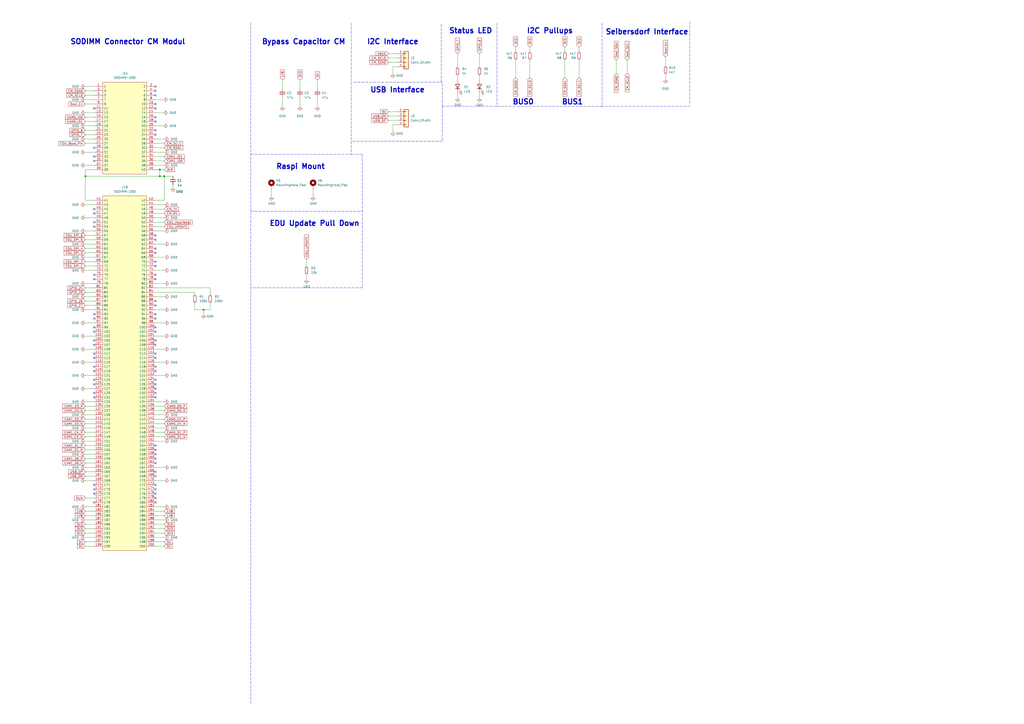
<source format=kicad_sch>
(kicad_sch (version 20211123) (generator eeschema)
  (paper "A2")
  (junction (at 95.25 102.235))
  (junction (at 118.11 179.705))
  (junction (at 92.71 102.235))
  (junction (at 49.53 102.235))
  (junction (at 92.71 98.425))
  (no_connect (at 90.17 263.525))
  (no_connect (at 90.17 174.625))
  (no_connect (at 54.61 123.825))
  (no_connect (at 90.17 258.445))
  (no_connect (at 90.17 70.485))
  (no_connect (at 90.17 266.065))
  (no_connect (at 90.17 260.985))
  (no_connect (at 90.17 192.405))
  (no_connect (at 90.17 52.705))
  (no_connect (at 54.61 205.105))
  (no_connect (at 90.17 207.645))
  (no_connect (at 90.17 159.385))
  (no_connect (at 90.17 281.305))
  (no_connect (at 90.17 184.785))
  (no_connect (at 90.17 60.325))
  (no_connect (at 90.17 230.505))
  (no_connect (at 54.61 212.725))
  (no_connect (at 54.61 197.485))
  (no_connect (at 90.17 50.165))
  (no_connect (at 54.61 184.785))
  (no_connect (at 54.61 200.025))
  (no_connect (at 90.17 75.565))
  (no_connect (at 90.17 189.865))
  (no_connect (at 90.17 283.845))
  (no_connect (at 90.17 200.025))
  (no_connect (at 90.17 154.305))
  (no_connect (at 90.17 227.965))
  (no_connect (at 90.17 212.725))
  (no_connect (at 90.17 67.945))
  (no_connect (at 54.61 182.245))
  (no_connect (at 90.17 288.925))
  (no_connect (at 90.17 286.385))
  (no_connect (at 90.17 215.265))
  (no_connect (at 54.61 62.865))
  (no_connect (at 90.17 136.525))
  (no_connect (at 90.17 151.765))
  (no_connect (at 54.61 93.345))
  (no_connect (at 90.17 220.345))
  (no_connect (at 90.17 222.885))
  (no_connect (at 90.17 225.425))
  (no_connect (at 90.17 197.485))
  (no_connect (at 90.17 146.685))
  (no_connect (at 54.61 161.925))
  (no_connect (at 90.17 182.245))
  (no_connect (at 90.17 276.225))
  (no_connect (at 90.17 144.145))
  (no_connect (at 90.17 268.605))
  (no_connect (at 54.61 230.505))
  (no_connect (at 54.61 85.725))
  (no_connect (at 54.61 128.905))
  (no_connect (at 90.17 139.065))
  (no_connect (at 54.61 90.805))
  (no_connect (at 90.17 291.465))
  (no_connect (at 54.61 281.305))
  (no_connect (at 90.17 205.105))
  (no_connect (at 54.61 159.385))
  (no_connect (at 54.61 227.965))
  (no_connect (at 54.61 121.285))
  (no_connect (at 90.17 78.105))
  (no_connect (at 90.17 177.165))
  (no_connect (at 54.61 131.445))
  (no_connect (at 90.17 273.685))
  (no_connect (at 54.61 283.845))
  (no_connect (at 54.61 286.385))
  (no_connect (at 90.17 55.245))
  (no_connect (at 54.61 189.865))
  (no_connect (at 54.61 215.265))
  (no_connect (at 54.61 220.345))
  (no_connect (at 54.61 207.645))
  (no_connect (at 90.17 161.925))
  (no_connect (at 54.61 222.885))
  (no_connect (at 54.61 192.405))
  (no_connect (at 54.61 291.465))
  (no_connect (at 90.17 62.865))
  (wire (pts (xy 49.53 50.165) (xy 54.61 50.165)))
  (wire (pts (xy 90.17 167.005) (xy 121.92 167.005)))
  (wire (pts (xy 113.03 179.705) (xy 118.11 179.705)))
  (wire (pts (xy 177.8 159.385) (xy 177.8 161.925)))
  (wire (pts (xy 90.17 118.745) (xy 95.25 118.745)))
  (wire (pts (xy 49.53 136.525) (xy 54.61 136.525)))
  (wire (pts (xy 49.53 243.205) (xy 54.61 243.205)))
  (wire (pts (xy 49.53 301.625) (xy 54.61 301.625)))
  (wire (pts (xy 225.425 33.655) (xy 230.505 33.655)))
  (wire (pts (xy 90.17 202.565) (xy 95.25 202.565)))
  (wire (pts (xy 100.33 108.585) (xy 100.33 107.315)))
  (wire (pts (xy 90.17 248.285) (xy 95.25 248.285)))
  (wire (pts (xy 227.965 38.735) (xy 227.965 42.545)))
  (wire (pts (xy 265.43 43.815) (xy 265.43 46.355)))
  (wire (pts (xy 49.53 55.245) (xy 54.61 55.245)))
  (wire (pts (xy 265.43 31.115) (xy 265.43 38.735)))
  (wire (pts (xy 163.83 56.515) (xy 163.83 61.595)))
  (polyline (pts (xy 145.415 89.535) (xy 203.835 89.535)))
  (wire (pts (xy 90.17 296.545) (xy 95.25 296.545)))
  (wire (pts (xy 49.53 154.305) (xy 54.61 154.305)))
  (wire (pts (xy 90.17 210.185) (xy 95.25 210.185)))
  (wire (pts (xy 49.53 248.285) (xy 54.61 248.285)))
  (wire (pts (xy 49.53 118.745) (xy 54.61 118.745)))
  (polyline (pts (xy 210.185 89.535) (xy 210.185 167.005)))
  (wire (pts (xy 90.17 57.785) (xy 94.615 57.785)))
  (wire (pts (xy 225.425 64.77) (xy 230.505 64.77)))
  (wire (pts (xy 265.43 53.975) (xy 265.43 56.515)))
  (wire (pts (xy 327.66 29.845) (xy 327.66 27.305)))
  (wire (pts (xy 49.53 164.465) (xy 54.61 164.465)))
  (wire (pts (xy 49.53 238.125) (xy 54.61 238.125)))
  (wire (pts (xy 49.53 80.645) (xy 54.61 80.645)))
  (wire (pts (xy 49.53 245.745) (xy 54.61 245.745)))
  (wire (pts (xy 90.17 93.345) (xy 95.25 93.345)))
  (wire (pts (xy 49.53 126.365) (xy 54.61 126.365)))
  (wire (pts (xy 335.915 45.085) (xy 335.915 34.925)))
  (wire (pts (xy 49.53 311.785) (xy 54.61 311.785)))
  (wire (pts (xy 90.17 238.125) (xy 95.25 238.125)))
  (wire (pts (xy 49.53 187.325) (xy 54.61 187.325)))
  (wire (pts (xy 49.53 263.525) (xy 54.61 263.525)))
  (wire (pts (xy 90.17 73.025) (xy 94.615 73.025)))
  (wire (pts (xy 177.8 150.495) (xy 177.8 154.305)))
  (wire (pts (xy 163.83 46.355) (xy 163.83 51.435)))
  (wire (pts (xy 49.53 78.105) (xy 54.61 78.105)))
  (wire (pts (xy 121.92 175.895) (xy 121.92 179.705)))
  (wire (pts (xy 49.53 146.685) (xy 54.61 146.685)))
  (wire (pts (xy 90.17 304.165) (xy 95.25 304.165)))
  (wire (pts (xy 90.17 98.425) (xy 92.71 98.425)))
  (wire (pts (xy 49.53 240.665) (xy 54.61 240.665)))
  (wire (pts (xy 49.53 225.425) (xy 54.61 225.425)))
  (wire (pts (xy 90.17 141.605) (xy 95.25 141.605)))
  (wire (pts (xy 90.17 217.805) (xy 95.25 217.805)))
  (wire (pts (xy 90.17 172.085) (xy 95.25 172.085)))
  (polyline (pts (xy 203.835 13.335) (xy 203.835 89.535)))
  (wire (pts (xy 90.17 255.905) (xy 95.25 255.905)))
  (wire (pts (xy 90.17 309.245) (xy 95.25 309.245)))
  (wire (pts (xy 113.03 169.545) (xy 113.03 170.815)))
  (wire (pts (xy 90.17 233.045) (xy 95.25 233.045)))
  (wire (pts (xy 90.17 314.325) (xy 95.25 314.325)))
  (wire (pts (xy 90.17 235.585) (xy 95.25 235.585)))
  (wire (pts (xy 307.34 29.845) (xy 307.34 27.305)))
  (wire (pts (xy 49.53 156.845) (xy 54.61 156.845)))
  (wire (pts (xy 173.99 46.355) (xy 173.99 51.435)))
  (polyline (pts (xy 256.54 81.915) (xy 203.835 81.915)))
  (polyline (pts (xy 203.835 89.535) (xy 210.185 89.535)))
  (wire (pts (xy 92.71 102.235) (xy 92.71 98.425)))
  (wire (pts (xy 100.33 102.235) (xy 95.25 102.235)))
  (wire (pts (xy 118.11 179.705) (xy 121.92 179.705)))
  (polyline (pts (xy 256.54 61.595) (xy 256.54 81.915)))
  (wire (pts (xy 90.17 169.545) (xy 113.03 169.545)))
  (wire (pts (xy 49.53 75.565) (xy 54.61 75.565)))
  (wire (pts (xy 49.53 306.705) (xy 54.61 306.705)))
  (wire (pts (xy 49.53 174.625) (xy 54.61 174.625)))
  (wire (pts (xy 49.53 260.985) (xy 54.61 260.985)))
  (wire (pts (xy 49.53 255.905) (xy 54.61 255.905)))
  (polyline (pts (xy 210.185 167.005) (xy 145.415 167.005)))
  (wire (pts (xy 49.53 172.085) (xy 54.61 172.085)))
  (wire (pts (xy 90.17 149.225) (xy 95.25 149.225)))
  (wire (pts (xy 49.53 167.005) (xy 54.61 167.005)))
  (wire (pts (xy 307.34 45.085) (xy 307.34 34.925)))
  (wire (pts (xy 49.53 273.685) (xy 54.61 273.685)))
  (wire (pts (xy 90.17 121.285) (xy 95.25 121.285)))
  (wire (pts (xy 90.17 126.365) (xy 95.25 126.365)))
  (wire (pts (xy 49.53 179.705) (xy 54.61 179.705)))
  (wire (pts (xy 49.53 235.585) (xy 54.61 235.585)))
  (polyline (pts (xy 145.415 122.555) (xy 210.185 122.555)))
  (wire (pts (xy 386.08 43.18) (xy 386.08 45.72)))
  (wire (pts (xy 95.25 102.235) (xy 95.25 116.205)))
  (wire (pts (xy 49.53 73.025) (xy 54.61 73.025)))
  (wire (pts (xy 49.53 139.065) (xy 54.61 139.065)))
  (wire (pts (xy 227.965 72.39) (xy 227.965 76.2)))
  (polyline (pts (xy 256.54 61.595) (xy 256.54 47.625)))
  (wire (pts (xy 118.11 179.705) (xy 118.11 182.245)))
  (wire (pts (xy 363.855 42.545) (xy 363.855 34.925)))
  (wire (pts (xy 49.53 309.245) (xy 54.61 309.245)))
  (wire (pts (xy 49.53 60.325) (xy 54.61 60.325)))
  (wire (pts (xy 278.13 31.115) (xy 278.13 38.735)))
  (wire (pts (xy 92.71 98.425) (xy 95.25 98.425)))
  (wire (pts (xy 278.13 53.975) (xy 278.13 56.515)))
  (polyline (pts (xy 400.05 12.7) (xy 400.05 60.96)))
  (wire (pts (xy 90.17 294.005) (xy 95.25 294.005)))
  (wire (pts (xy 49.53 169.545) (xy 54.61 169.545)))
  (wire (pts (xy 49.53 151.765) (xy 54.61 151.765)))
  (polyline (pts (xy 348.615 61.595) (xy 400.05 61.595)))
  (wire (pts (xy 49.53 258.445) (xy 54.61 258.445)))
  (wire (pts (xy 90.17 80.645) (xy 95.25 80.645)))
  (wire (pts (xy 225.425 36.195) (xy 230.505 36.195)))
  (wire (pts (xy 49.53 102.235) (xy 92.71 102.235)))
  (wire (pts (xy 278.13 43.815) (xy 278.13 46.355)))
  (wire (pts (xy 90.17 299.085) (xy 95.25 299.085)))
  (wire (pts (xy 49.53 98.425) (xy 54.61 98.425)))
  (wire (pts (xy 90.17 278.765) (xy 95.25 278.765)))
  (wire (pts (xy 230.505 72.39) (xy 227.965 72.39)))
  (wire (pts (xy 357.505 42.545) (xy 357.505 34.925)))
  (wire (pts (xy 49.53 268.605) (xy 54.61 268.605)))
  (wire (pts (xy 49.53 304.165) (xy 54.61 304.165)))
  (wire (pts (xy 327.66 45.085) (xy 327.66 34.925)))
  (wire (pts (xy 95.25 85.725) (xy 90.17 85.725)))
  (wire (pts (xy 49.53 83.185) (xy 54.61 83.185)))
  (wire (pts (xy 49.53 98.425) (xy 49.53 102.235)))
  (wire (pts (xy 49.53 67.945) (xy 54.61 67.945)))
  (wire (pts (xy 49.53 57.785) (xy 54.61 57.785)))
  (wire (pts (xy 225.425 67.31) (xy 230.505 67.31)))
  (polyline (pts (xy 205.105 47.625) (xy 255.905 47.625)))
  (wire (pts (xy 335.915 29.845) (xy 335.915 27.305)))
  (wire (pts (xy 90.17 187.325) (xy 95.25 187.325)))
  (wire (pts (xy 49.53 278.765) (xy 54.61 278.765)))
  (polyline (pts (xy 288.29 61.595) (xy 349.25 61.595)))
  (wire (pts (xy 49.53 149.225) (xy 54.61 149.225)))
  (wire (pts (xy 90.17 179.705) (xy 95.25 179.705)))
  (polyline (pts (xy 288.29 13.335) (xy 288.29 61.595)))
  (wire (pts (xy 184.15 46.355) (xy 184.15 51.435)))
  (wire (pts (xy 90.17 128.905) (xy 95.25 128.905)))
  (wire (pts (xy 90.17 240.665) (xy 95.25 240.665)))
  (wire (pts (xy 173.99 56.515) (xy 173.99 61.595)))
  (wire (pts (xy 90.17 194.945) (xy 95.25 194.945)))
  (wire (pts (xy 49.53 253.365) (xy 54.61 253.365)))
  (wire (pts (xy 49.53 133.985) (xy 54.61 133.985)))
  (wire (pts (xy 49.53 294.005) (xy 54.61 294.005)))
  (wire (pts (xy 49.53 210.185) (xy 54.61 210.185)))
  (wire (pts (xy 49.53 52.705) (xy 54.61 52.705)))
  (wire (pts (xy 49.53 276.225) (xy 54.61 276.225)))
  (wire (pts (xy 90.17 123.825) (xy 95.25 123.825)))
  (polyline (pts (xy 145.415 13.335) (xy 145.415 408.305)))
  (wire (pts (xy 49.53 194.945) (xy 54.61 194.945)))
  (wire (pts (xy 49.53 70.485) (xy 54.61 70.485)))
  (wire (pts (xy 49.53 250.825) (xy 54.61 250.825)))
  (wire (pts (xy 113.03 175.895) (xy 113.03 179.705)))
  (wire (pts (xy 95.25 83.185) (xy 90.17 83.185)))
  (wire (pts (xy 49.53 88.265) (xy 54.61 88.265)))
  (wire (pts (xy 49.53 271.145) (xy 54.61 271.145)))
  (wire (pts (xy 90.17 271.145) (xy 95.25 271.145)))
  (wire (pts (xy 49.53 288.925) (xy 54.61 288.925)))
  (wire (pts (xy 49.53 177.165) (xy 54.61 177.165)))
  (wire (pts (xy 49.53 217.805) (xy 54.61 217.805)))
  (wire (pts (xy 181.61 113.665) (xy 181.61 109.855)))
  (wire (pts (xy 90.17 156.845) (xy 95.25 156.845)))
  (wire (pts (xy 49.53 102.235) (xy 49.53 116.205)))
  (wire (pts (xy 90.17 90.805) (xy 95.25 90.805)))
  (wire (pts (xy 184.15 56.515) (xy 184.15 61.595)))
  (wire (pts (xy 121.92 167.005) (xy 121.92 170.815)))
  (wire (pts (xy 90.17 116.205) (xy 95.25 116.205)))
  (wire (pts (xy 49.53 202.565) (xy 54.61 202.565)))
  (wire (pts (xy 386.08 33.02) (xy 386.08 38.1)))
  (wire (pts (xy 90.17 131.445) (xy 95.25 131.445)))
  (wire (pts (xy 225.425 69.85) (xy 230.505 69.85)))
  (wire (pts (xy 90.17 164.465) (xy 95.25 164.465)))
  (wire (pts (xy 90.17 245.745) (xy 95.25 245.745)))
  (wire (pts (xy 49.53 95.885) (xy 54.61 95.885)))
  (wire (pts (xy 49.53 233.045) (xy 54.61 233.045)))
  (wire (pts (xy 90.17 306.705) (xy 95.25 306.705)))
  (wire (pts (xy 49.53 141.605) (xy 54.61 141.605)))
  (wire (pts (xy 95.25 102.235) (xy 92.71 102.235)))
  (wire (pts (xy 157.48 113.665) (xy 157.48 109.855)))
  (wire (pts (xy 90.17 88.265) (xy 95.25 88.265)))
  (polyline (pts (xy 256.54 47.625) (xy 255.905 47.625)))
  (wire (pts (xy 299.085 29.845) (xy 299.085 27.305)))
  (wire (pts (xy 225.425 31.115) (xy 230.505 31.115)))
  (polyline (pts (xy 256.54 61.595) (xy 288.29 61.595)))
  (wire (pts (xy 90.17 65.405) (xy 94.615 65.405)))
  (wire (pts (xy 49.53 316.865) (xy 54.61 316.865)))
  (wire (pts (xy 299.085 45.085) (xy 299.085 34.925)))
  (wire (pts (xy 90.17 243.205) (xy 95.25 243.205)))
  (wire (pts (xy 90.17 311.785) (xy 95.25 311.785)))
  (wire (pts (xy 90.17 250.825) (xy 95.25 250.825)))
  (wire (pts (xy 49.53 116.205) (xy 54.61 116.205)))
  (wire (pts (xy 49.53 266.065) (xy 54.61 266.065)))
  (wire (pts (xy 49.53 296.545) (xy 54.61 296.545)))
  (wire (pts (xy 90.17 253.365) (xy 95.25 253.365)))
  (wire (pts (xy 90.17 133.985) (xy 95.25 133.985)))
  (wire (pts (xy 49.53 65.405) (xy 54.61 65.405)))
  (wire (pts (xy 90.17 95.885) (xy 95.25 95.885)))
  (wire (pts (xy 90.17 301.625) (xy 95.25 301.625)))
  (wire (pts (xy 90.17 316.865) (xy 95.25 316.865)))
  (wire (pts (xy 230.505 38.735) (xy 227.965 38.735)))
  (wire (pts (xy 49.53 144.145) (xy 54.61 144.145)))
  (polyline (pts (xy 349.25 13.335) (xy 349.25 61.595)))
  (polyline (pts (xy 255.905 47.625) (xy 255.905 13.335)))
  (wire (pts (xy 49.53 299.085) (xy 54.61 299.085)))
  (wire (pts (xy 49.53 314.325) (xy 54.61 314.325)))
  (text "SODIMM Connector CM Modul\n" (at 40.64 26.035 0) (effects (font (size 3 3) (thickness 0.6) bold) (justify left bottom)))
  (text "EDU Update Pull Down" (at 156.21 131.445 0) (effects (font (size 3 3) (thickness 0.6) bold) (justify left bottom)))
  (text "Seibersdorf Interface" (at 351.155 20.32 0) (effects (font (size 3 3) (thickness 0.6) bold) (justify left bottom)))
  (text "BUS0" (at 297.18 60.96 0) (effects (font (size 3 3) (thickness 0.6) bold) (justify left bottom)))
  (text "Status LED" (at 260.35 19.685 0) (effects (font (size 3 3) (thickness 0.6) bold) (justify left bottom)))
  (text "USB Interface\n" (at 214.63 53.975 0) (effects (font (size 3 3) (thickness 0.6) bold) (justify left bottom)))
  (text "Raspi Mount" (at 160.02 98.425 0) (effects (font (size 3 3) (thickness 0.6) bold) (justify left bottom)))
  (text "BUS1" (at 325.755 60.96 0) (effects (font (size 3 3) (thickness 0.6) bold) (justify left bottom)))
  (text "I2C Pullups" (at 305.435 19.685 0) (effects (font (size 3 3) (thickness 0.6) bold) (justify left bottom)))
  (text "Bypass Capacitor CM" (at 151.765 26.035 0) (effects (font (size 3 3) (thickness 0.6) bold) (justify left bottom)))
  (text "I2C Interface\n" (at 212.725 26.035 0) (effects (font (size 3 3) (thickness 0.6) bold) (justify left bottom)))
  (global_label "EDU_SPI_4" (shape input) (at 49.53 144.145 180) (property "Intersheet References" "${INTERSHEET_REFS}" (effects hide)))
  (global_label "1V8" (shape input) (at 163.83 46.355 90) (property "Intersheet References" "${INTERSHEET_REFS}" (effects hide)))
  (global_label "EDU_UPDATE" (shape input) (at 177.8 150.495 90) (property "Intersheet References" "${INTERSHEET_REFS}" (effects hide)))
  (global_label "CM_SDA1" (shape input) (at 95.25 85.725 0) (property "Intersheet References" "${INTERSHEET_REFS}" (effects hide)))
  (global_label "5V" (shape input) (at 49.53 314.325 180) (property "Intersheet References" "${INTERSHEET_REFS}" (effects hide)))
  (global_label "1V8" (shape input) (at 49.53 299.085 180) (property "Intersheet References" "${INTERSHEET_REFS}" (effects hide)))
  (global_label "EDU_Boot_Pin" (shape input) (at 49.53 83.185 180) (property "Intersheet References" "${INTERSHEET_REFS}" (effects hide)))
  (global_label "1V8" (shape input) (at 95.25 299.085 0) (property "Intersheet References" "${INTERSHEET_REFS}" (effects hide)))
  (global_label "Dosi_SCL" (shape input) (at 363.855 34.925 90) (property "Intersheet References" "${INTERSHEET_REFS}" (effects hide)))
  (global_label "CAM1_D0_P" (shape input) (at 49.53 266.065 180) (property "Intersheet References" "${INTERSHEET_REFS}" (effects hide)))
  (global_label "CAM1_D1_N" (shape input) (at 49.53 260.985 180) (property "Intersheet References" "${INTERSHEET_REFS}" (effects hide)))
  (global_label "GPIO_6" (shape input) (at 278.13 31.115 90) (property "Intersheet References" "${INTERSHEET_REFS}" (effects hide)))
  (global_label "CAM1_CK_P" (shape input) (at 49.53 250.825 180) (property "Intersheet References" "${INTERSHEET_REFS}" (effects hide)))
  (global_label "5V" (shape input) (at 225.425 64.77 180) (property "Intersheet References" "${INTERSHEET_REFS}" (effects hide)))
  (global_label "CM_SDA0" (shape input) (at 49.53 52.705 180) (property "Intersheet References" "${INTERSHEET_REFS}" (effects hide)))
  (global_label "CAM0_D0_P" (shape input) (at 95.25 235.585 0) (property "Intersheet References" "${INTERSHEET_REFS}" (effects hide)))
  (global_label "CAM1_D3_N" (shape input) (at 49.53 238.125 180) (property "Intersheet References" "${INTERSHEET_REFS}" (effects hide)))
  (global_label "3V3" (shape input) (at 49.53 304.165 180) (property "Intersheet References" "${INTERSHEET_REFS}" (effects hide)))
  (global_label "CM_SCL0" (shape input) (at 363.855 42.545 270) (property "Intersheet References" "${INTERSHEET_REFS}" (effects hide)))
  (global_label "Dosi_SDA" (shape input) (at 357.505 34.925 90) (property "Intersheet References" "${INTERSHEET_REFS}" (effects hide)))
  (global_label "1V8" (shape input) (at 95.25 296.545 0) (property "Intersheet References" "${INTERSHEET_REFS}" (effects hide)))
  (global_label "EDU_SPI_6" (shape input) (at 49.53 136.525 180) (property "Intersheet References" "${INTERSHEET_REFS}" (effects hide)))
  (global_label "GPIO_25" (shape input) (at 49.53 169.545 180) (property "Intersheet References" "${INTERSHEET_REFS}" (effects hide)))
  (global_label "3V3" (shape input) (at 95.25 309.245 0) (property "Intersheet References" "${INTERSHEET_REFS}" (effects hide)))
  (global_label "GPIO_24" (shape input) (at 49.53 167.005 180) (property "Intersheet References" "${INTERSHEET_REFS}" (effects hide)))
  (global_label "CM_SCL0" (shape input) (at 49.53 55.245 180) (property "Intersheet References" "${INTERSHEET_REFS}" (effects hide)))
  (global_label "CM_SDA0" (shape input) (at 357.505 42.545 270) (property "Intersheet References" "${INTERSHEET_REFS}" (effects hide)))
  (global_label "USB_DP" (shape input) (at 225.425 69.85 180) (property "Intersheet References" "${INTERSHEET_REFS}" (effects hide)))
  (global_label "CAM0_IO0" (shape input) (at 49.53 67.945 180) (property "Intersheet References" "${INTERSHEET_REFS}" (effects hide)))
  (global_label "CM_SCL0" (shape input) (at 307.34 45.085 270) (property "Intersheet References" "${INTERSHEET_REFS}" (effects hide)))
  (global_label "USB_DM" (shape input) (at 225.425 67.31 180) (property "Intersheet References" "${INTERSHEET_REFS}" (effects hide)))
  (global_label "5V" (shape input) (at 95.25 316.865 0) (property "Intersheet References" "${INTERSHEET_REFS}" (effects hide)))
  (global_label "GPIO_7" (shape input) (at 265.43 31.115 90) (property "Intersheet References" "${INTERSHEET_REFS}" (effects hide)))
  (global_label "CAM0_IO1" (shape input) (at 49.53 70.485 180) (property "Intersheet References" "${INTERSHEET_REFS}" (effects hide)))
  (global_label "GPIO_6" (shape input) (at 49.53 75.565 180) (property "Intersheet References" "${INTERSHEET_REFS}" (effects hide)))
  (global_label "USB_DP" (shape input) (at 49.53 273.685 180) (property "Intersheet References" "${INTERSHEET_REFS}" (effects hide)))
  (global_label "CAM0_D1_N" (shape input) (at 95.25 253.365 0) (property "Intersheet References" "${INTERSHEET_REFS}" (effects hide)))
  (global_label "EDU_Heartbeat" (shape input) (at 95.25 128.905 0) (property "Intersheet References" "${INTERSHEET_REFS}" (effects hide)))
  (global_label "5V" (shape input) (at 49.53 316.865 180) (property "Intersheet References" "${INTERSHEET_REFS}" (effects hide)))
  (global_label "3V3" (shape input) (at 49.53 309.245 180) (property "Intersheet References" "${INTERSHEET_REFS}" (effects hide)))
  (global_label "3V3" (shape input) (at 307.34 27.305 90) (property "Intersheet References" "${INTERSHEET_REFS}" (effects hide)))
  (global_label "CAM1_D1_P" (shape input) (at 49.53 258.445 180) (property "Intersheet References" "${INTERSHEET_REFS}" (effects hide)))
  (global_label "EDU_UPDATE" (shape input) (at 95.25 131.445 0) (property "Intersheet References" "${INTERSHEET_REFS}" (effects hide)))
  (global_label "Dosi_En" (shape input) (at 49.53 60.325 180) (property "Intersheet References" "${INTERSHEET_REFS}" (effects hide)))
  (global_label "CAM1_D2_P" (shape input) (at 49.53 243.205 180) (property "Intersheet References" "${INTERSHEET_REFS}" (effects hide)))
  (global_label "CAM1_CK_N" (shape input) (at 49.53 253.365 180) (property "Intersheet References" "${INTERSHEET_REFS}" (effects hide)))
  (global_label "CM_SDA0" (shape input) (at 225.425 36.195 180) (property "Intersheet References" "${INTERSHEET_REFS}" (effects hide)))
  (global_label "5V" (shape input) (at 95.25 314.325 0) (property "Intersheet References" "${INTERSHEET_REFS}" (effects hide)))
  (global_label "CAM1_D3_P" (shape input) (at 49.53 235.585 180) (property "Intersheet References" "${INTERSHEET_REFS}" (effects hide)))
  (global_label "RUN" (shape input) (at 49.53 288.925 180) (property "Intersheet References" "${INTERSHEET_REFS}" (effects hide)))
  (global_label "EDU_SPI_5" (shape input) (at 49.53 139.065 180) (property "Intersheet References" "${INTERSHEET_REFS}" (effects hide)))
  (global_label "CM_TX" (shape input) (at 95.25 121.285 0) (property "Intersheet References" "${INTERSHEET_REFS}" (effects hide)))
  (global_label "CM_SCL1" (shape input) (at 335.915 45.085 270) (property "Intersheet References" "${INTERSHEET_REFS}" (effects hide)))
  (global_label "CM_SCL0" (shape input) (at 225.425 33.655 180) (property "Intersheet References" "${INTERSHEET_REFS}" (effects hide)))
  (global_label "USB_DM" (shape input) (at 49.53 276.225 180) (property "Intersheet References" "${INTERSHEET_REFS}" (effects hide)))
  (global_label "3V3" (shape input) (at 299.085 27.305 90) (property "Intersheet References" "${INTERSHEET_REFS}" (effects hide)))
  (global_label "3V3" (shape input) (at 335.915 27.305 90) (property "Intersheet References" "${INTERSHEET_REFS}" (effects hide)))
  (global_label "CAM0_CK_P" (shape input) (at 95.25 243.205 0) (property "Intersheet References" "${INTERSHEET_REFS}" (effects hide)))
  (global_label "GPIO_7" (shape input) (at 49.53 78.105 180) (property "Intersheet References" "${INTERSHEET_REFS}" (effects hide)))
  (global_label "EDU_SPI_3" (shape input) (at 49.53 146.685 180) (property "Intersheet References" "${INTERSHEET_REFS}" (effects hide)))
  (global_label "5V" (shape input) (at 184.15 46.355 90) (property "Intersheet References" "${INTERSHEET_REFS}" (effects hide)))
  (global_label "VBUS" (shape input) (at 225.425 31.115 180) (property "Intersheet References" "${INTERSHEET_REFS}" (effects hide)))
  (global_label "3V3" (shape input) (at 327.66 27.305 90) (property "Intersheet References" "${INTERSHEET_REFS}" (effects hide)))
  (global_label "3V3" (shape input) (at 49.53 306.705 180) (property "Intersheet References" "${INTERSHEET_REFS}" (effects hide)))
  (global_label "CAM1_D2_N" (shape input) (at 49.53 245.745 180) (property "Intersheet References" "${INTERSHEET_REFS}" (effects hide)))
  (global_label "CM_SDA0" (shape input) (at 299.085 45.085 270) (property "Intersheet References" "${INTERSHEET_REFS}" (effects hide)))
  (global_label "CM_RX" (shape input) (at 95.25 123.825 0) (property "Intersheet References" "${INTERSHEET_REFS}" (effects hide)))
  (global_label "CAM1_IO1" (shape input) (at 95.25 90.805 0) (property "Intersheet References" "${INTERSHEET_REFS}" (effects hide)))
  (global_label "CAM0_CK_N" (shape input) (at 95.25 245.745 0) (property "Intersheet References" "${INTERSHEET_REFS}" (effects hide)))
  (global_label "3V3" (shape input) (at 173.99 46.355 90) (property "Intersheet References" "${INTERSHEET_REFS}" (effects hide)))
  (global_label "CAM0_D0_N" (shape input) (at 95.25 238.125 0) (property "Intersheet References" "${INTERSHEET_REFS}" (effects hide)))
  (global_label "CM_SDA1" (shape input) (at 327.66 45.085 270) (property "Intersheet References" "${INTERSHEET_REFS}" (effects hide)))
  (global_label "3V3" (shape input) (at 95.25 306.705 0) (property "Intersheet References" "${INTERSHEET_REFS}" (effects hide)))
  (global_label "3V3" (shape input) (at 95.25 304.165 0) (property "Intersheet References" "${INTERSHEET_REFS}" (effects hide)))
  (global_label "CAM0_D1_P" (shape input) (at 95.25 250.825 0) (property "Intersheet References" "${INTERSHEET_REFS}" (effects hide)))
  (global_label "CM_SCL1" (shape input) (at 95.25 83.185 0) (property "Intersheet References" "${INTERSHEET_REFS}" (effects hide)))
  (global_label "3V3" (shape input) (at 95.25 98.425 0) (property "Intersheet References" "${INTERSHEET_REFS}" (effects hide)))
  (global_label "EDU_SPI_2" (shape input) (at 49.53 151.765 180) (property "Intersheet References" "${INTERSHEET_REFS}" (effects hide)))
  (global_label "Dosi_En" (shape input) (at 386.08 33.02 90) (property "Intersheet References" "${INTERSHEET_REFS}" (effects hide)))
  (global_label "CAM1_IO0" (shape input) (at 95.25 93.345 0) (property "Intersheet References" "${INTERSHEET_REFS}" (effects hide)))
  (global_label "GPIO_26" (shape input) (at 49.53 174.625 180) (property "Intersheet References" "${INTERSHEET_REFS}" (effects hide)))
  (global_label "CAM1_D0_N" (shape input) (at 49.53 268.605 180) (property "Intersheet References" "${INTERSHEET_REFS}" (effects hide)))
  (global_label "EDU_SPI_1" (shape input) (at 49.53 154.305 180) (property "Intersheet References" "${INTERSHEET_REFS}" (effects hide)))
  (global_label "1V8" (shape input) (at 49.53 296.545 180) (property "Intersheet References" "${INTERSHEET_REFS}" (effects hide)))
  (global_label "GPIO_27" (shape input) (at 49.53 177.165 180) (property "Intersheet References" "${INTERSHEET_REFS}" (effects hide)))
  (symbol (lib_id "STS1_EDU-rescue:GND-power-STS1_template-rescue") (at 94.615 73.025 90) (unit 1)
    (property "Reference" "#PWR0163" (effects hide))
    (property "Value" "GND" (at 100.33 73.025 90))
  )
  (symbol (lib_id "STS1_EDU-rescue:GND-power-STS1_template-rescue") (at 95.25 141.605 90) (unit 1)
    (property "Reference" "#PWR0180" (effects hide))
    (property "Value" "GND" (at 100.965 141.605 90))
  )
  (symbol (lib_id "STS1_EDU-rescue:GND-power-STS1_template-rescue") (at 49.53 255.905 270) (unit 1)
    (property "Reference" "#PWR0127" (effects hide))
    (property "Value" "GND" (at 43.815 255.905 90))
  )
  (symbol (lib_id "STS1_EDU-rescue:GND-power-STS1_template-rescue") (at 49.53 65.405 270) (unit 1)
    (property "Reference" "#PWR0171" (effects hide))
    (property "Value" "GND" (at 43.815 65.405 90))
  )
  (symbol (lib_id "Connector:SODIMM-200") (at 72.39 73.025 0) (unit 1)
    (property "Reference" "J1" (at 72.39 42.545 0))
    (property "Value" "SODIMM-200" (at 72.39 45.085 0))
    (property "Footprint" "1717254-4:17172544" (effects hide))
  )
  (symbol (lib_id "STS1_EDU-rescue:GND-power-STS1_template-rescue") (at 95.25 278.765 90) (unit 1)
    (property "Reference" "#PWR0145" (effects hide))
    (property "Value" "GND" (at 100.965 278.765 90))
  )
  (symbol (lib_id "Device:LED") (at 278.13 50.165 90) (unit 1)
    (property "Reference" "D2" (at 281.94 50.4824 90) (effects (justify right)))
    (property "Value" "LED" (at 281.94 53.0224 90) (effects (justify right)))
    (property "Footprint" "LED_SMD:LED_0603_1608Metric_Pad1.05x0.95mm_HandSolder" (effects hide))
  )
  (symbol (lib_id "STS1_EDU-rescue:GND-power-STS1_template-rescue") (at 49.53 149.225 270) (unit 1)
    (property "Reference" "#PWR0189" (effects hide))
    (property "Value" "GND" (at 43.815 149.225 90))
  )
  (symbol (lib_id "STS1_EDU-rescue:GND-power-STS1_template-rescue") (at 49.53 263.525 270) (unit 1)
    (property "Reference" "#PWR0134" (effects hide))
    (property "Value" "GND" (at 43.815 263.525 90))
  )
  (symbol (lib_id "Connector_Generic:Conn_01x04") (at 235.585 33.655 0) (unit 1)
    (property "Reference" "J2" (at 238.125 33.6549 0) (effects (justify left)))
    (property "Value" "Conn_01x04" (at 238.125 36.1949 0) (effects (justify left)))
    (property "Footprint" "Connector_PinHeader_2.54mm:PinHeader_1x04_P2.54mm_Vertical" (effects hide))
  )
  (symbol (lib_id "STS1_EDU-rescue:GND-power-STS1_template-rescue") (at 49.53 179.705 270) (unit 1)
    (property "Reference" "#PWR0123" (effects hide))
    (property "Value" "GND" (at 43.815 179.705 90))
  )
  (symbol (lib_id "STS1_EDU-rescue:GND-power-STS1_template-rescue") (at 95.25 118.745 90) (unit 1)
    (property "Reference" "#PWR0152" (effects hide))
    (property "Value" "GND" (at 100.965 118.745 90))
  )
  (symbol (lib_id "STS1_EDU-rescue:GND-power-STS1_template-rescue") (at 49.53 88.265 270) (unit 1)
    (property "Reference" "#PWR0173" (effects hide))
    (property "Value" "GND" (at 43.815 88.265 90))
  )
  (symbol (lib_id "STS1_EDU-rescue:GND-power-STS1_template-rescue") (at 49.53 271.145 270) (unit 1)
    (property "Reference" "#PWR0135" (effects hide))
    (property "Value" "GND" (at 43.815 271.145 90))
  )
  (symbol (lib_id "STS1_EDU-rescue:GND-power-STS1_template-rescue") (at 49.53 210.185 270) (unit 1)
    (property "Reference" "#PWR0131" (effects hide))
    (property "Value" "GND" (at 43.815 210.185 90))
  )
  (symbol (lib_id "STS1_EDU-rescue:GND-power-STS1_template-rescue") (at 95.25 255.905 90) (unit 1)
    (property "Reference" "#PWR0139" (effects hide))
    (property "Value" "GND" (at 100.965 255.905 90))
  )
  (symbol (lib_id "Device:R_Small") (at 335.915 32.385 180) (unit 1)
    (property "Reference" "R9" (at 334.01 33.6551 0) (effects (justify left)))
    (property "Value" "4k7" (at 334.01 31.1151 0) (effects (justify left)))
    (property "Footprint" "Resistor_SMD:R_0603_1608Metric_Pad0.98x0.95mm_HandSolder" (effects hide))
  )
  (symbol (lib_id "STS1_EDU-rescue:GND-power-STS1_template-rescue") (at 95.25 210.185 90) (unit 1)
    (property "Reference" "#PWR0151" (effects hide))
    (property "Value" "GND" (at 100.965 210.185 90))
  )
  (symbol (lib_id "STS1_EDU-rescue:GND-power-STS1_template-rescue") (at 94.615 65.405 90) (unit 1)
    (property "Reference" "#PWR0164" (effects hide))
    (property "Value" "GND" (at 100.33 65.405 90))
  )
  (symbol (lib_id "STS1_EDU-rescue:GND-power-STS1_template-rescue") (at 49.53 57.785 270) (unit 1)
    (property "Reference" "#PWR0169" (effects hide))
    (property "Value" "GND" (at 43.815 57.785 90))
  )
  (symbol (lib_id "Mechanical:MountingHole_Pad") (at 157.48 107.315 0) (unit 1)
    (property "Reference" "H5" (at 160.02 104.7749 0) (effects (justify left)))
    (property "Value" "MountingHole_Pad" (at 160.02 107.3149 0) (effects (justify left)))
    (property "Footprint" "MountingHole:MountingHole_2.2mm_M2_Pad_Via" (effects hide))
  )
  (symbol (lib_id "STS1_EDU-rescue:GND-power-STS1_template-rescue") (at 95.25 233.045 90) (unit 1)
    (property "Reference" "#PWR0149" (effects hide))
    (property "Value" "GND" (at 100.965 233.045 90))
  )
  (symbol (lib_id "STS1_EDU-rescue:GND-power-STS1_template-rescue") (at 49.53 141.605 270) (unit 1)
    (property "Reference" "#PWR0190" (effects hide))
    (property "Value" "GND" (at 43.815 141.605 90))
  )
  (symbol (lib_id "STS1_EDU-rescue:GND-power-STS1_template-rescue") (at 118.11 182.245 0) (unit 1)
    (property "Reference" "#PWR0150" (effects hide))
    (property "Value" "GND" (at 121.92 183.515 0))
  )
  (symbol (lib_id "STS1_EDU-rescue:GND-power-STS1_template-rescue") (at 184.15 61.595 0) (unit 1)
    (property "Reference" "#PWR0160" (effects hide))
    (property "Value" "GND" (at 184.15 67.31 0))
  )
  (symbol (lib_id "Mechanical:MountingHole_Pad") (at 181.61 107.315 0) (unit 1)
    (property "Reference" "H6" (at 184.15 104.7749 0) (effects (justify left)))
    (property "Value" "MountingHole_Pad" (at 184.15 107.3149 0) (effects (justify left)))
    (property "Footprint" "MountingHole:MountingHole_2.2mm_M2_Pad_Via" (effects hide))
  )
  (symbol (lib_id "STS1_EDU-rescue:GND-power-STS1_template-rescue") (at 177.8 161.925 0) (unit 1)
    (property "Reference" "#PWR0179" (effects hide))
    (property "Value" "~" (at 177.927 166.3192 0))
  )
  (symbol (lib_id "STS1_EDU-rescue:GND-power-STS1_template-rescue") (at 49.53 294.005 270) (unit 1)
    (property "Reference" "#PWR0136" (effects hide))
    (property "Value" "GND" (at 43.815 294.005 90))
  )
  (symbol (lib_id "STS1_EDU-rescue:GND-power-STS1_template-rescue") (at 95.25 95.885 90) (unit 1)
    (property "Reference" "#PWR0166" (effects hide))
    (property "Value" "GND" (at 100.965 95.885 90))
  )
  (symbol (lib_id "STS1_EDU-rescue:GND-power-STS1_template-rescue") (at 157.48 113.665 0) (unit 1)
    (property "Reference" "#PWR0154" (effects hide))
    (property "Value" "GND" (at 157.607 118.0592 0))
  )
  (symbol (lib_id "Device:R_Small") (at 265.43 41.275 0) (unit 1)
    (property "Reference" "R4" (at 267.97 40.0049 0) (effects (justify left)))
    (property "Value" "1k" (at 267.97 42.5449 0) (effects (justify left)))
    (property "Footprint" "Resistor_SMD:R_0603_1608Metric_Pad0.98x0.95mm_HandSolder" (effects hide))
  )
  (symbol (lib_id "STS1_EDU-rescue:GND-power-STS1_template-rescue") (at 49.53 156.845 270) (unit 1)
    (property "Reference" "#PWR0187" (effects hide))
    (property "Value" "GND" (at 43.815 156.845 90))
  )
  (symbol (lib_id "STS1_EDU-rescue:GND-power-STS1_template-rescue") (at 95.25 149.225 90) (unit 1)
    (property "Reference" "#PWR0188" (effects hide))
    (property "Value" "GND" (at 100.965 149.225 90))
  )
  (symbol (lib_id "STS1_EDU-rescue:GND-power-STS1_template-rescue") (at 100.33 108.585 0) (unit 1)
    (property "Reference" "#PWR0153" (effects hide))
    (property "Value" "GND" (at 104.14 111.125 0))
  )
  (symbol (lib_id "STS1_EDU-rescue:GND-power-STS1_template-rescue") (at 49.53 202.565 270) (unit 1)
    (property "Reference" "#PWR0117" (effects hide))
    (property "Value" "GND" (at 43.815 202.565 90))
  )
  (symbol (lib_id "STS1_EDU-rescue:GND-power-STS1_template-rescue") (at 278.13 56.515 0) (unit 1)
    (property "Reference" "#PWR0156" (effects hide))
    (property "Value" "~" (at 278.257 60.9092 0))
  )
  (symbol (lib_id "Device:R_Small") (at 327.66 32.385 180) (unit 1)
    (property "Reference" "R8" (at 325.755 33.6551 0) (effects (justify left)))
    (property "Value" "4k7" (at 325.755 31.1151 0) (effects (justify left)))
    (property "Footprint" "Resistor_SMD:R_0603_1608Metric_Pad0.98x0.95mm_HandSolder" (effects hide))
  )
  (symbol (lib_id "STS1_EDU-rescue:GND-power-STS1_template-rescue") (at 49.53 248.285 270) (unit 1)
    (property "Reference" "#PWR0128" (effects hide))
    (property "Value" "GND" (at 43.815 248.285 90))
  )
  (symbol (lib_id "STS1_EDU-rescue:GND-power-STS1_template-rescue") (at 95.25 248.285 90) (unit 1)
    (property "Reference" "#PWR0140" (effects hide))
    (property "Value" "GND" (at 100.965 248.285 90))
  )
  (symbol (lib_id "Device:R_Small") (at 121.92 173.355 0) (unit 1)
    (property "Reference" "R2" (at 124.46 172.0849 0) (effects (justify left)))
    (property "Value" "100k" (at 124.46 174.6249 0) (effects (justify left)))
    (property "Footprint" "Resistor_SMD:R_0603_1608Metric_Pad0.98x0.95mm_HandSolder" (effects hide))
  )
  (symbol (lib_id "STS1_EDU-rescue:GND-power-STS1_template-rescue") (at 95.25 217.805 90) (unit 1)
    (property "Reference" "#PWR0148" (effects hide))
    (property "Value" "GND" (at 100.965 217.805 90))
  )
  (symbol (lib_id "STS1_EDU-rescue:GND-power-STS1_template-rescue") (at 95.25 179.705 90) (unit 1)
    (property "Reference" "#PWR0115" (effects hide))
    (property "Value" "GND" (at 100.965 179.705 90))
  )
  (symbol (lib_id "STS1_EDU-rescue:GND-power-STS1_template-rescue") (at 95.25 311.785 90) (unit 1)
    (property "Reference" "#PWR0143" (effects hide))
    (property "Value" "GND" (at 100.965 311.785 90))
  )
  (symbol (lib_id "STS1_EDU-rescue:GND-power-STS1_template-rescue") (at 95.25 172.085 90) (unit 1)
    (property "Reference" "#PWR0119" (effects hide))
    (property "Value" "GND" (at 100.965 172.085 90))
  )
  (symbol (lib_id "STS1_EDU-rescue:GND-power-STS1_template-rescue") (at 95.25 187.325 90) (unit 1)
    (property "Reference" "#PWR0121" (effects hide))
    (property "Value" "GND" (at 100.965 187.325 90))
  )
  (symbol (lib_id "STS1_EDU-rescue:GND-power-STS1_template-rescue") (at 49.53 126.365 270) (unit 1)
    (property "Reference" "#PWR0183" (effects hide))
    (property "Value" "GND" (at 43.815 126.365 90))
  )
  (symbol (lib_id "STS1_EDU-rescue:GND-power-STS1_template-rescue") (at 49.53 50.165 270) (unit 1)
    (property "Reference" "#PWR0170" (effects hide))
    (property "Value" "GND" (at 43.815 50.165 90))
  )
  (symbol (lib_id "Device:R_Small") (at 386.08 40.64 0) (unit 1)
    (property "Reference" "R10" (at 387.985 39.3699 0) (effects (justify left)))
    (property "Value" "4k7" (at 387.985 41.9099 0) (effects (justify left)))
    (property "Footprint" "Resistor_SMD:R_0603_1608Metric_Pad0.98x0.95mm_HandSolder" (effects hide))
  )
  (symbol (lib_id "Device:C_Small") (at 100.33 104.775 0) (unit 1)
    (property "Reference" "C1" (at 102.87 104.775 0) (effects (justify left)))
    (property "Value" "1u" (at 102.87 107.315 0) (effects (justify left)))
    (property "Footprint" "Capacitor_SMD:C_0603_1608Metric_Pad1.08x0.95mm_HandSolder" (effects hide))
  )
  (symbol (lib_id "Connector_Generic:Conn_01x04") (at 235.585 67.31 0) (unit 1)
    (property "Reference" "J3" (at 238.125 67.3099 0) (effects (justify left)))
    (property "Value" "Conn_01x04" (at 238.125 69.8499 0) (effects (justify left)))
    (property "Footprint" "Connector_PinHeader_2.54mm:PinHeader_1x04_P2.54mm_Vertical" (effects hide))
  )
  (symbol (lib_id "STS1_EDU-rescue:GND-power-STS1_template-rescue") (at 95.25 88.265 90) (unit 1)
    (property "Reference" "#PWR0167" (effects hide))
    (property "Value" "GND" (at 100.965 88.265 90))
  )
  (symbol (lib_id "STS1_EDU-rescue:GND-power-STS1_template-rescue") (at 95.25 294.005 90) (unit 1)
    (property "Reference" "#PWR0144" (effects hide))
    (property "Value" "GND" (at 100.965 294.005 90))
  )
  (symbol (lib_id "STS1_EDU-rescue:GND-power-STS1_template-rescue") (at 95.25 271.145 90) (unit 1)
    (property "Reference" "#PWR0146" (effects hide))
    (property "Value" "GND" (at 100.965 271.145 90))
  )
  (symbol (lib_id "STS1_EDU-rescue:GND-power-STS1_template-rescue") (at 49.53 278.765 270) (unit 1)
    (property "Reference" "#PWR0142" (effects hide))
    (property "Value" "GND" (at 43.815 278.765 90))
  )
  (symbol (lib_id "Connector:SODIMM-200") (at 72.39 215.265 0) (unit 2)
    (property "Reference" "J1" (at 72.39 108.585 0))
    (property "Value" "SODIMM-200" (at 72.39 111.125 0))
    (property "Footprint" "1717254-4:17172544" (effects hide))
  )
  (symbol (lib_id "Device:R_Small") (at 278.13 41.275 0) (unit 1)
    (property "Reference" "R5" (at 280.67 40.0049 0) (effects (justify left)))
    (property "Value" "1k" (at 280.67 42.5449 0) (effects (justify left)))
    (property "Footprint" "Resistor_SMD:R_0603_1608Metric_Pad0.98x0.95mm_HandSolder" (effects hide))
  )
  (symbol (lib_id "STS1_EDU-rescue:GND-power-STS1_template-rescue") (at 95.25 80.645 90) (unit 1)
    (property "Reference" "#PWR0168" (effects hide))
    (property "Value" "GND" (at 100.965 80.645 90))
  )
  (symbol (lib_id "STS1_EDU-rescue:GND-power-STS1_template-rescue") (at 49.53 187.325 270) (unit 1)
    (property "Reference" "#PWR0124" (effects hide))
    (property "Value" "GND" (at 43.815 187.325 90))
  )
  (symbol (lib_id "STS1_EDU-rescue:GND-power-STS1_template-rescue") (at 95.25 301.625 90) (unit 1)
    (property "Reference" "#PWR0147" (effects hide))
    (property "Value" "GND" (at 100.965 301.625 90))
  )
  (symbol (lib_id "STS1_EDU-rescue:GND-power-STS1_template-rescue") (at 95.25 194.945 90) (unit 1)
    (property "Reference" "#PWR0120" (effects hide))
    (property "Value" "GND" (at 100.965 194.945 90))
  )
  (symbol (lib_id "Device:R_Small") (at 299.085 32.385 180) (unit 1)
    (property "Reference" "R6" (at 297.18 33.6551 0) (effects (justify left)))
    (property "Value" "4k7" (at 297.18 31.1151 0) (effects (justify left)))
    (property "Footprint" "Resistor_SMD:R_0603_1608Metric_Pad0.98x0.95mm_HandSolder" (effects hide))
  )
  (symbol (lib_id "STS1_EDU-rescue:GND-power-STS1_template-rescue") (at 163.83 61.595 0) (unit 1)
    (property "Reference" "#PWR0162" (effects hide))
    (property "Value" "GND" (at 163.83 67.31 0))
  )
  (symbol (lib_id "STS1_EDU-rescue:GND-power-STS1_template-rescue") (at 173.99 61.595 0) (unit 1)
    (property "Reference" "#PWR0161" (effects hide))
    (property "Value" "GND" (at 173.99 67.31 0))
  )
  (symbol (lib_id "STS1_EDU-rescue:GND-power-STS1_template-rescue") (at 265.43 56.515 0) (unit 1)
    (property "Reference" "#PWR0155" (effects hide))
    (property "Value" "~" (at 265.557 60.9092 0))
  )
  (symbol (lib_id "STS1_EDU-rescue:GND-power-STS1_template-rescue") (at 49.53 194.945 270) (unit 1)
    (property "Reference" "#PWR0116" (effects hide))
    (property "Value" "GND" (at 43.815 194.945 90))
  )
  (symbol (lib_id "STS1_EDU-rescue:GND-power-STS1_template-rescue") (at 49.53 118.745 270) (unit 1)
    (property "Reference" "#PWR0184" (effects hide))
    (property "Value" "GND" (at 43.815 118.745 90))
  )
  (symbol (lib_id "STS1_EDU-rescue:GND-power-STS1_template-rescue") (at 95.25 240.665 90) (unit 1)
    (property "Reference" "#PWR0141" (effects hide))
    (property "Value" "GND" (at 100.965 240.665 90))
  )
  (symbol (lib_id "STS1_EDU-rescue:GND-power-STS1_template-rescue") (at 227.965 42.545 0) (unit 1)
    (property "Reference" "#PWR0158" (effects hide))
    (property "Value" "GND" (at 231.775 43.815 0))
  )
  (symbol (lib_id "STS1_EDU-rescue:GND-power-STS1_template-rescue") (at 49.53 217.805 270) (unit 1)
    (property "Reference" "#PWR0132" (effects hide))
    (property "Value" "GND" (at 43.815 217.805 90))
  )
  (symbol (lib_id "STS1_EDU-rescue:GND-power-STS1_template-rescue") (at 94.615 57.785 90) (unit 1)
    (property "Reference" "#PWR0165" (effects hide))
    (property "Value" "GND" (at 100.33 57.785 90))
  )
  (symbol (lib_id "STS1_EDU-rescue:GND-power-STS1_template-rescue") (at 49.53 233.045 270) (unit 1)
    (property "Reference" "#PWR0129" (effects hide))
    (property "Value" "GND" (at 43.815 233.045 90))
  )
  (symbol (lib_id "STS1_EDU-rescue:GND-power-STS1_template-rescue") (at 49.53 73.025 270) (unit 1)
    (property "Reference" "#PWR0172" (effects hide))
    (property "Value" "GND" (at 43.815 73.025 90))
  )
  (symbol (lib_id "STS1_EDU-rescue:GND-power-STS1_template-rescue") (at 49.53 95.885 270) (unit 1)
    (property "Reference" "#PWR0174" (effects hide))
    (property "Value" "GND" (at 43.815 95.885 90))
  )
  (symbol (lib_id "Device:R_Small") (at 177.8 156.845 0) (unit 1)
    (property "Reference" "R3" (at 180.34 155.5749 0) (effects (justify left)))
    (property "Value" "10k" (at 180.34 158.1149 0) (effects (justify left)))
    (property "Footprint" "Resistor_SMD:R_0603_1608Metric_Pad0.98x0.95mm_HandSolder" (effects hide))
  )
  (symbol (lib_id "STS1_EDU-rescue:GND-power-STS1_template-rescue") (at 95.25 156.845 90) (unit 1)
    (property "Reference" "#PWR0192" (effects hide))
    (property "Value" "GND" (at 100.965 156.845 90))
  )
  (symbol (lib_id "Device:C_Small") (at 173.99 53.975 0) (unit 1)
    (property "Reference" "C3" (at 176.53 53.975 0) (effects (justify left)))
    (property "Value" "47u" (at 176.53 56.515 0) (effects (justify left)))
    (property "Footprint" "Capacitor_SMD:C_0603_1608Metric_Pad1.08x0.95mm_HandSolder" (effects hide))
  )
  (symbol (lib_id "STS1_EDU-rescue:GND-power-STS1_template-rescue") (at 95.25 164.465 90) (unit 1)
    (property "Reference" "#PWR0191" (effects hide))
    (property "Value" "GND" (at 100.965 164.465 90))
  )
  (symbol (lib_id "STS1_EDU-rescue:GND-power-STS1_template-rescue") (at 95.25 133.985 90) (unit 1)
    (property "Reference" "#PWR0181" (effects hide))
    (property "Value" "GND" (at 100.965 133.985 90))
  )
  (symbol (lib_id "STS1_EDU-rescue:GND-power-STS1_template-rescue") (at 227.965 76.2 0) (unit 1)
    (property "Reference" "#PWR0177" (effects hide))
    (property "Value" "GND" (at 231.775 77.47 0))
  )
  (symbol (lib_id "Device:C_Small") (at 163.83 53.975 0) (unit 1)
    (property "Reference" "C2" (at 166.37 53.975 0) (effects (justify left)))
    (property "Value" "47u" (at 166.37 56.515 0) (effects (justify left)))
    (property "Footprint" "Capacitor_SMD:C_0603_1608Metric_Pad1.08x0.95mm_HandSolder" (effects hide))
  )
  (symbol (lib_id "STS1_EDU-rescue:GND-power-STS1_template-rescue") (at 49.53 311.785 270) (unit 1)
    (property "Reference" "#PWR0137" (effects hide))
    (property "Value" "GND" (at 43.815 311.785 90))
  )
  (symbol (lib_id "STS1_EDU-rescue:GND-power-STS1_template-rescue") (at 95.25 202.565 90) (unit 1)
    (property "Reference" "#PWR0122" (effects hide))
    (property "Value" "GND" (at 100.965 202.565 90))
  )
  (symbol (lib_id "STS1_EDU-rescue:GND-power-STS1_template-rescue") (at 49.53 301.625 270) (unit 1)
    (property "Reference" "#PWR0138" (effects hide))
    (property "Value" "GND" (at 43.815 301.625 90))
  )
  (symbol (lib_id "STS1_EDU-rescue:GND-power-STS1_template-rescue") (at 49.53 80.645 270) (unit 1)
    (property "Reference" "#PWR0175" (effects hide))
    (property "Value" "GND" (at 43.815 80.645 90))
  )
  (symbol (lib_id "Device:C_Small") (at 184.15 53.975 0) (unit 1)
    (property "Reference" "C4" (at 186.69 53.975 0) (effects (justify left)))
    (property "Value" "47u" (at 186.69 56.515 0) (effects (justify left)))
    (property "Footprint" "Capacitor_SMD:C_0603_1608Metric_Pad1.08x0.95mm_HandSolder" (effects hide))
  )
  (symbol (lib_id "STS1_EDU-rescue:GND-power-STS1_template-rescue") (at 49.53 172.085 270) (unit 1)
    (property "Reference" "#PWR0118" (effects hide))
    (property "Value" "GND" (at 43.815 172.085 90))
  )
  (symbol (lib_id "Device:LED") (at 265.43 50.165 90) (unit 1)
    (property "Reference" "D1" (at 269.24 50.4824 90) (effects (justify right)))
    (property "Value" "LED" (at 269.24 53.0224 90) (effects (justify right)))
    (property "Footprint" "LED_SMD:LED_0603_1608Metric_Pad1.05x0.95mm_HandSolder" (effects hide))
  )
  (symbol (lib_id "STS1_EDU-rescue:GND-power-STS1_template-rescue") (at 95.25 126.365 90) (unit 1)
    (property "Reference" "#PWR0182" (effects hide))
    (property "Value" "GND" (at 100.965 126.365 90))
  )
  (symbol (lib_id "STS1_EDU-rescue:GND-power-STS1_template-rescue") (at 49.53 240.665 270) (unit 1)
    (property "Reference" "#PWR0130" (effects hide))
    (property "Value" "GND" (at 43.815 240.665 90))
  )
  (symbol (lib_id "STS1_EDU-rescue:GND-power-STS1_template-rescue") (at 49.53 164.465 270) (unit 1)
    (property "Reference" "#PWR0186" (effects hide))
    (property "Value" "GND" (at 43.815 164.465 90))
  )
  (symbol (lib_id "STS1_EDU-rescue:GND-power-STS1_template-rescue") (at 386.08 45.72 0) (unit 1)
    (property "Reference" "#PWR0176" (effects hide))
    (property "Value" "GND" (at 386.08 51.435 0))
  )
  (symbol (lib_id "Device:R_Small") (at 113.03 173.355 0) (unit 1)
    (property "Reference" "R1" (at 115.57 172.0849 0) (effects (justify left)))
    (property "Value" "100k" (at 115.57 174.6249 0) (effects (justify left)))
    (property "Footprint" "Resistor_SMD:R_0603_1608Metric_Pad0.98x0.95mm_HandSolder" (effects hide))
  )
  (symbol (lib_id "STS1_EDU-rescue:GND-power-STS1_template-rescue") (at 49.53 133.985 270) (unit 1)
    (property "Reference" "#PWR0185" (effects hide))
    (property "Value" "GND" (at 43.815 133.985 90))
  )
  (symbol (lib_id "Device:R_Small") (at 307.34 32.385 180) (unit 1)
    (property "Reference" "R7" (at 305.435 33.6551 0) (effects (justify left)))
    (property "Value" "4k7" (at 305.435 31.1151 0) (effects (justify left)))
    (property "Footprint" "Resistor_SMD:R_0603_1608Metric_Pad0.98x0.95mm_HandSolder" (effects hide))
  )
  (symbol (lib_id "STS1_EDU-rescue:GND-power-STS1_template-rescue") (at 181.61 113.665 0) (unit 1)
    (property "Reference" "#PWR0178" (effects hide))
    (property "Value" "GND" (at 181.737 118.0592 0))
  )
  (symbol (lib_id "STS1_EDU-rescue:GND-power-STS1_template-rescue") (at 49.53 225.425 270) (unit 1)
    (property "Reference" "#PWR0133" (effects hide))
    (property "Value" "GND" (at 43.815 225.425 90))
  )
)
</source>
